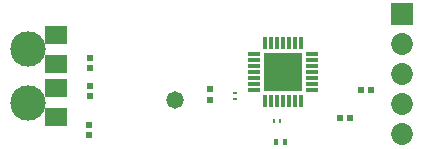
<source format=gbr>
%TF.GenerationSoftware,Altium Limited,Altium Designer,23.8.1 (32)*%
G04 Layer_Color=8388736*
%FSLAX45Y45*%
%MOMM*%
%TF.SameCoordinates,ADF8DBE8-81F1-4F09-BB5B-47DAA202E5C4*%
%TF.FilePolarity,Negative*%
%TF.FileFunction,Soldermask,Top*%
%TF.Part,Single*%
G01*
G75*
%TA.AperFunction,SMDPad,CuDef*%
%ADD11R,0.55000X0.60000*%
%ADD12R,0.25000X0.30000*%
%ADD13R,0.60000X0.55000*%
%ADD17R,0.40000X0.50000*%
%ADD18R,0.30000X0.25000*%
%ADD19R,0.57247X0.61535*%
%ADD20R,0.61535X0.57247*%
%TA.AperFunction,ConnectorPad*%
%ADD34R,1.90320X1.50320*%
%TA.AperFunction,SMDPad,CuDef*%
%ADD35O,1.05320X0.40320*%
%ADD36R,3.33320X3.33320*%
%ADD37O,0.40320X1.05320*%
%TA.AperFunction,ComponentPad*%
%ADD38C,3.00320*%
%ADD39C,1.85320*%
%ADD40R,1.85320X1.85320*%
%TA.AperFunction,ViaPad*%
%ADD41C,1.47320*%
%ADD42C,0.70320*%
D11*
X2955200Y419100D02*
D03*
X2870200D02*
D03*
X3128600Y660400D02*
D03*
X3043600D02*
D03*
D12*
X2358900Y393700D02*
D03*
X2311400D02*
D03*
D13*
X744159Y360741D02*
D03*
Y275741D02*
D03*
X749300Y690861D02*
D03*
Y845839D02*
D03*
Y605861D02*
D03*
Y930839D02*
D03*
D17*
X2404100Y215900D02*
D03*
X2324100D02*
D03*
D18*
X1981200Y587500D02*
D03*
Y635000D02*
D03*
D19*
X1765300Y579444D02*
D03*
D20*
Y665156D02*
D03*
D34*
X461060Y878300D02*
D03*
Y678300D02*
D03*
Y1128300D02*
D03*
Y428300D02*
D03*
D35*
X2144300Y761600D02*
D03*
Y811600D02*
D03*
X2629300Y961600D02*
D03*
Y911600D02*
D03*
Y861600D02*
D03*
Y811600D02*
D03*
Y761600D02*
D03*
Y711600D02*
D03*
Y661600D02*
D03*
X2144300D02*
D03*
Y711600D02*
D03*
Y861600D02*
D03*
Y911600D02*
D03*
Y961600D02*
D03*
D36*
X2386800Y811600D02*
D03*
D37*
X2236800Y1054100D02*
D03*
X2286800D02*
D03*
X2336800D02*
D03*
X2386800D02*
D03*
X2436800D02*
D03*
X2486800D02*
D03*
X2536800D02*
D03*
Y569100D02*
D03*
X2486800D02*
D03*
X2436800D02*
D03*
X2386800D02*
D03*
X2336800D02*
D03*
X2286800D02*
D03*
X2236800D02*
D03*
D38*
X226060Y1003300D02*
D03*
Y553300D02*
D03*
D39*
X3393300Y285750D02*
D03*
Y539750D02*
D03*
Y1047750D02*
D03*
Y793750D02*
D03*
D40*
Y1301750D02*
D03*
D41*
X1473200Y571500D02*
D03*
D42*
X2496800Y701600D02*
D03*
X2386800D02*
D03*
X2276800D02*
D03*
X2496800Y811600D02*
D03*
X2386800D02*
D03*
X2276800D02*
D03*
X2496800Y921600D02*
D03*
X2386800D02*
D03*
X2276800D02*
D03*
%TF.MD5,a8d5f4058a4cb0f089da00e351e2b9d8*%
M02*

</source>
